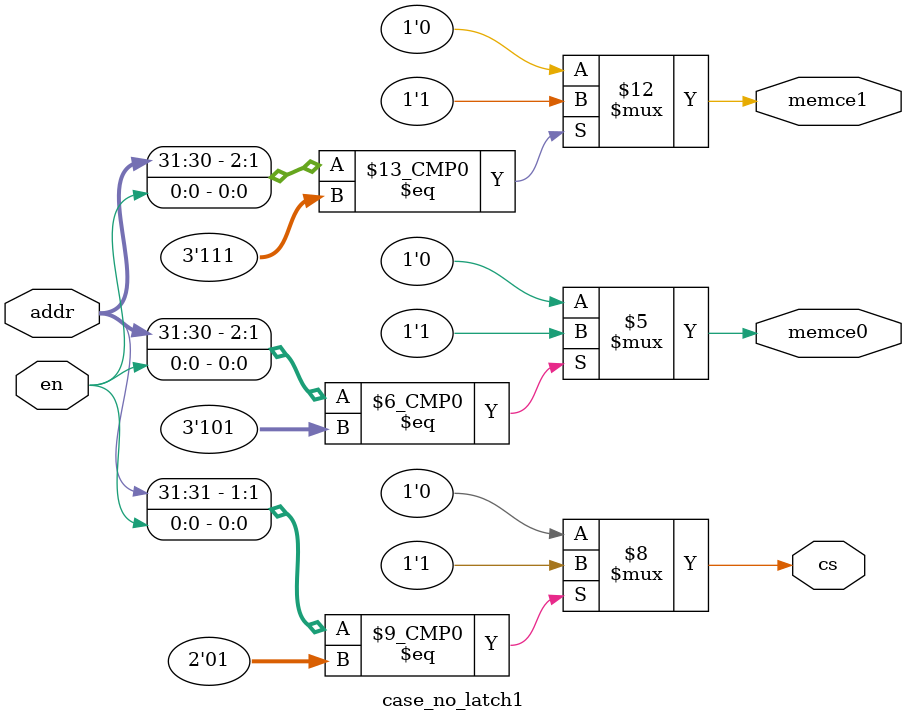
<source format=v>
module case_no_latch1(memce0, memce1, cs, en, addr);
    output        memce0, memce1, cs;
    input         en;
    input [31:30] addr;
    reg           memce0, memce1, cs;

    always @(addr, en) begin
        {memce0, memce1, cs} = 3'b0;    // 초기값 할당
        casez ({addr, en})
            3'b101: memce0 = 1'b1;
            3'b111: memce1 = 1'b1;
            3'b0?1: cs = 1'b1;
        endcase
    end
endmodule
</source>
